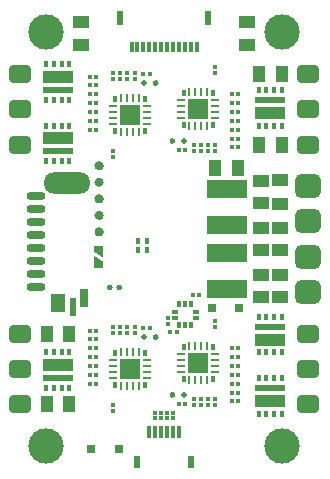
<source format=gbr>
G04*
G04 #@! TF.GenerationSoftware,Altium Limited,Altium Designer,24.1.2 (44)*
G04*
G04 Layer_Color=255*
%FSLAX25Y25*%
%MOIN*%
G70*
G04*
G04 #@! TF.SameCoordinates,8AA45DA3-EFE9-42F3-ADE2-6CCF78DF1A05*
G04*
G04*
G04 #@! TF.FilePolarity,Positive*
G04*
G01*
G75*
%ADD21R,0.01575X0.02362*%
%ADD22R,0.09843X0.01968*%
%ADD23R,0.09843X0.03937*%
%ADD30R,0.02362X0.04724*%
%ADD31R,0.01181X0.03543*%
%ADD32R,0.05315X0.03937*%
%ADD33R,0.01575X0.02126*%
%ADD35R,0.03937X0.05315*%
%ADD80R,0.01193X0.01276*%
%ADD81R,0.01276X0.01451*%
%ADD82R,0.01451X0.01276*%
%ADD83R,0.01276X0.01193*%
G04:AMPARAMS|DCode=86|XSize=86.61mil|YSize=78.74mil|CornerRadius=19.68mil|HoleSize=0mil|Usage=FLASHONLY|Rotation=0.000|XOffset=0mil|YOffset=0mil|HoleType=Round|Shape=RoundedRectangle|*
%AMROUNDEDRECTD86*
21,1,0.08661,0.03937,0,0,0.0*
21,1,0.04724,0.07874,0,0,0.0*
1,1,0.03937,0.02362,-0.01968*
1,1,0.03937,-0.02362,-0.01968*
1,1,0.03937,-0.02362,0.01968*
1,1,0.03937,0.02362,0.01968*
%
%ADD86ROUNDEDRECTD86*%
%ADD87C,0.11811*%
G04:AMPARAMS|DCode=88|XSize=74.8mil|YSize=59.06mil|CornerRadius=14.76mil|HoleSize=0mil|Usage=FLASHONLY|Rotation=0.000|XOffset=0mil|YOffset=0mil|HoleType=Round|Shape=RoundedRectangle|*
%AMROUNDEDRECTD88*
21,1,0.07480,0.02953,0,0,0.0*
21,1,0.04528,0.05906,0,0,0.0*
1,1,0.02953,0.02264,-0.01476*
1,1,0.02953,-0.02264,-0.01476*
1,1,0.02953,-0.02264,0.01476*
1,1,0.02953,0.02264,0.01476*
%
%ADD88ROUNDEDRECTD88*%
%ADD92R,0.01181X0.03937*%
%ADD93R,0.02362X0.03937*%
%ADD94O,0.15748X0.07087*%
%ADD95R,0.03150X0.05906*%
%ADD96R,0.01968X0.05906*%
%ADD97O,0.06299X0.02756*%
%ADD98R,0.05118X0.06496*%
%ADD99R,0.06693X0.06693*%
%ADD100R,0.02756X0.00984*%
%ADD101R,0.01339X0.01968*%
%ADD102R,0.00984X0.02756*%
%ADD103R,0.13780X0.06000*%
%ADD104R,0.01968X0.01181*%
%ADD105R,0.01181X0.01968*%
%AMCUSTOMSHAPE106*
4,1,4,0.01500,0.00000,-0.01500,0.02000,-0.01500,-0.02000,0.01500,-0.02000,0.01500,0.00000,0.0*%
%ADD106CUSTOMSHAPE106*%

%AMCUSTOMSHAPE107*
4,1,4,0.01500,0.02000,-0.01500,0.02000,-0.01500,0.00000,0.01500,-0.02000,0.01500,0.02000,0.0*%
%ADD107CUSTOMSHAPE107*%

%ADD108R,0.03150X0.02953*%
%ADD109R,0.05421X0.04459*%
G36*
G01X37205Y64567D02*
G02X36220Y63583I-984J0D01*
G02X35236Y64567I0J984D01*
G02X36220Y65551I984J0D01*
G02X37205Y64567I0J-984D01*
D02*
G37*
G36*
G01X34055D02*
G02X33071Y63583I-984J0D01*
G02X32087Y64567I0J984D01*
G02X33071Y65551I984J0D01*
G02X34055Y64567I0J-984D01*
D02*
G37*
G36*
G01X57874Y114370D02*
G02X58858Y113386I0J-984D01*
G02X57874Y112402I-984J0D01*
G02X56890Y113386I0J984D01*
G02X57874Y114370I984J0D01*
D02*
G37*
G36*
G01X53937D02*
G02X54921Y113386I0J-984D01*
G02X53937Y112402I-984J0D01*
G02X52953Y113386I0J984D01*
G02X53937Y114370I984J0D01*
D02*
G37*
G36*
G01X45472Y48031D02*
G02X44488Y47047I-984J0D01*
G02X43504Y48031I0J984D01*
G02X44488Y49016I984J0D01*
G02X45472Y48031I0J-984D01*
D02*
G37*
G36*
G01X49409D02*
G02X48425Y47047I-984J0D01*
G02X47441Y48031I0J984D01*
G02X48425Y49016I984J0D01*
G02X49409Y48031I0J-984D01*
D02*
G37*
G36*
G01X45472Y132677D02*
G02X44488Y131693I-984J0D01*
G02X43504Y132677I0J984D01*
G02X44488Y133661I984J0D01*
G02X45472Y132677I0J-984D01*
D02*
G37*
G36*
G01X49409D02*
G02X48425Y131693I-984J0D01*
G02X47441Y132677I0J984D01*
G02X48425Y133661I984J0D01*
G02X49409Y132677I0J-984D01*
D02*
G37*
G36*
G01X58858Y28740D02*
G02X57874Y27756I-984J0D01*
G02X56890Y28740I0J984D01*
G02X57874Y29724I984J0D01*
G02X58858Y28740I0J-984D01*
D02*
G37*
G36*
G01X54921D02*
G02X53937Y27756I-984J0D01*
G02X52953Y28740I0J984D01*
G02X53937Y29724I984J0D01*
G02X54921Y28740I0J-984D01*
D02*
G37*
G36*
G01X27953Y99606D02*
G03X29528Y98032I1575J0D01*
G03X31102Y99606I0J1575D01*
G03X29528Y101181I-1575J0D01*
G03X27953Y99606I0J-1575D01*
D02*
G37*
G36*
G01Y94095D02*
G03X29528Y92520I1575J0D01*
G03X31102Y94095I0J1575D01*
G03X29528Y95669I-1575J0D01*
G03X27953Y94095I0J-1575D01*
D02*
G37*
G36*
G01Y88583D02*
G03X29528Y87008I1575J0D01*
G03X31102Y88583I0J1575D01*
G03X29528Y90158I-1575J0D01*
G03X27953Y88583I0J-1575D01*
D02*
G37*
G36*
G01Y83071D02*
G03X29528Y81496I1575J0D01*
G03X31102Y83071I0J1575D01*
G03X29528Y84646I-1575J0D01*
G03X27953Y83071I0J-1575D01*
D02*
G37*
G36*
G01Y105118D02*
G03X29528Y103543I1575J0D01*
G03X31102Y105118I0J1575D01*
G03X29528Y106693I-1575J0D01*
G03X27953Y105118I0J-1575D01*
D02*
G37*
D21*
X19587Y31102D02*
D03*
X17028D02*
D03*
X14469D02*
D03*
X11909D02*
D03*
Y42913D02*
D03*
X14469D02*
D03*
X17028D02*
D03*
X19587D02*
D03*
Y118504D02*
D03*
X17028D02*
D03*
X14469D02*
D03*
X11909D02*
D03*
Y106693D02*
D03*
X14469D02*
D03*
X17028D02*
D03*
X19587D02*
D03*
Y127165D02*
D03*
X17028D02*
D03*
X14469D02*
D03*
X11909D02*
D03*
Y138976D02*
D03*
X14469D02*
D03*
X17028D02*
D03*
X19587D02*
D03*
X82776Y130315D02*
D03*
X85335D02*
D03*
X87894D02*
D03*
X90453D02*
D03*
Y118504D02*
D03*
X87894D02*
D03*
X85335D02*
D03*
X82776D02*
D03*
Y54724D02*
D03*
X85335D02*
D03*
X87894D02*
D03*
X90453D02*
D03*
Y42913D02*
D03*
X87894D02*
D03*
X85335D02*
D03*
X82776D02*
D03*
Y22441D02*
D03*
X85335D02*
D03*
X87894D02*
D03*
X90453D02*
D03*
Y34252D02*
D03*
X87894D02*
D03*
X85335D02*
D03*
X82776D02*
D03*
D22*
X15747Y34370D02*
D03*
Y109961D02*
D03*
Y130433D02*
D03*
X86615Y127047D02*
D03*
Y51456D02*
D03*
Y30984D02*
D03*
D23*
X15747Y38662D02*
D03*
Y114253D02*
D03*
Y134725D02*
D03*
X86615Y122755D02*
D03*
Y47164D02*
D03*
Y26692D02*
D03*
D30*
X36417Y154330D02*
D03*
X65945Y154331D02*
D03*
D31*
X62008Y144882D02*
D03*
X60039D02*
D03*
X58071D02*
D03*
X56102D02*
D03*
X54134D02*
D03*
X52165D02*
D03*
X50197D02*
D03*
X48228D02*
D03*
X46260D02*
D03*
X44291D02*
D03*
X42323D02*
D03*
X40354D02*
D03*
D32*
X23622Y152953D02*
D03*
Y145472D02*
D03*
X78740Y152953D02*
D03*
Y145472D02*
D03*
X83465Y61221D02*
D03*
Y68701D02*
D03*
X89764Y61221D02*
D03*
Y68701D02*
D03*
X83465Y92716D02*
D03*
Y100197D02*
D03*
Y84449D02*
D03*
Y76968D02*
D03*
X89764Y84449D02*
D03*
Y76968D02*
D03*
D33*
X45669D02*
D03*
X42520D02*
D03*
Y80118D02*
D03*
X45669D02*
D03*
D35*
X68307Y104331D02*
D03*
X75787D02*
D03*
X12008Y49213D02*
D03*
X19488D02*
D03*
Y25591D02*
D03*
X12008D02*
D03*
X90354Y112205D02*
D03*
X82874D02*
D03*
X90354Y135827D02*
D03*
X82874D02*
D03*
D80*
X26608Y131890D02*
D03*
X28510D02*
D03*
X26608Y125984D02*
D03*
X28510D02*
D03*
X26608Y117126D02*
D03*
X28510D02*
D03*
Y128937D02*
D03*
X26608D02*
D03*
Y123031D02*
D03*
X28510D02*
D03*
Y120079D02*
D03*
X26608D02*
D03*
X75754Y114173D02*
D03*
X73852D02*
D03*
Y117126D02*
D03*
X75754D02*
D03*
Y120079D02*
D03*
X73852D02*
D03*
X75754Y123031D02*
D03*
X73852D02*
D03*
Y125984D02*
D03*
X75754D02*
D03*
Y128937D02*
D03*
X73852D02*
D03*
Y29528D02*
D03*
X75754D02*
D03*
Y32480D02*
D03*
X73852D02*
D03*
Y35433D02*
D03*
X75754D02*
D03*
X73852Y38386D02*
D03*
X75754D02*
D03*
Y41339D02*
D03*
X73852D02*
D03*
Y44291D02*
D03*
X75754D02*
D03*
X26608D02*
D03*
X28510D02*
D03*
Y47244D02*
D03*
X26608D02*
D03*
X28510Y41339D02*
D03*
X26608D02*
D03*
X28510Y32480D02*
D03*
X26608D02*
D03*
Y35433D02*
D03*
X28510D02*
D03*
Y38386D02*
D03*
X26608D02*
D03*
D81*
X52362Y52267D02*
D03*
Y54426D02*
D03*
D82*
X62891Y62205D02*
D03*
X60731D02*
D03*
X53251Y49606D02*
D03*
X55411D02*
D03*
X28639Y134843D02*
D03*
X26479D02*
D03*
X44196Y135827D02*
D03*
X46356D02*
D03*
X58167Y110236D02*
D03*
X56007D02*
D03*
X73723Y111221D02*
D03*
X75883D02*
D03*
X26479Y50197D02*
D03*
X28639D02*
D03*
X75883Y26575D02*
D03*
X73723D02*
D03*
X56007Y25591D02*
D03*
X58167D02*
D03*
X46356Y51181D02*
D03*
X44196D02*
D03*
D83*
X52165Y20899D02*
D03*
Y22801D02*
D03*
X34252Y110006D02*
D03*
Y108104D02*
D03*
X41339Y134088D02*
D03*
Y135990D02*
D03*
X61024Y111975D02*
D03*
Y110073D02*
D03*
X63386D02*
D03*
Y111975D02*
D03*
X65748Y110073D02*
D03*
Y111975D02*
D03*
X68110Y136057D02*
D03*
Y137959D02*
D03*
X68110Y111975D02*
D03*
Y110073D02*
D03*
X50197Y22801D02*
D03*
Y20899D02*
D03*
X54134D02*
D03*
Y22801D02*
D03*
X48228D02*
D03*
Y20899D02*
D03*
X41339Y51345D02*
D03*
Y49443D02*
D03*
X61024Y25427D02*
D03*
Y27329D02*
D03*
X65748D02*
D03*
Y25427D02*
D03*
X63386Y27329D02*
D03*
Y25427D02*
D03*
X68110D02*
D03*
Y27329D02*
D03*
X38976Y134088D02*
D03*
Y135990D02*
D03*
X36614Y134088D02*
D03*
Y135990D02*
D03*
X34252D02*
D03*
Y134088D02*
D03*
X36614Y49443D02*
D03*
Y51345D02*
D03*
X38976Y49443D02*
D03*
Y51345D02*
D03*
X34252D02*
D03*
Y49443D02*
D03*
X68110Y53313D02*
D03*
Y51411D02*
D03*
X34252Y23458D02*
D03*
Y25361D02*
D03*
D86*
X99213Y98425D02*
D03*
Y86614D02*
D03*
Y74803D02*
D03*
Y62992D02*
D03*
D87*
X11811Y149606D02*
D03*
X90551D02*
D03*
X11811Y11811D02*
D03*
X90551D02*
D03*
D88*
X3150Y124016D02*
D03*
Y112205D02*
D03*
Y135827D02*
D03*
Y25591D02*
D03*
Y49213D02*
D03*
Y37402D02*
D03*
X99213Y124016D02*
D03*
Y135827D02*
D03*
Y112205D02*
D03*
Y49213D02*
D03*
Y25591D02*
D03*
Y37402D02*
D03*
D92*
X46260Y16339D02*
D03*
X48228D02*
D03*
X50197D02*
D03*
X52165D02*
D03*
X54134D02*
D03*
X56102D02*
D03*
D93*
X60039Y6496D02*
D03*
X42323D02*
D03*
D94*
X18700Y99488D02*
D03*
D95*
X24606Y61102D02*
D03*
D96*
X20708Y57992D02*
D03*
D97*
X8464Y64842D02*
D03*
Y69173D02*
D03*
Y73503D02*
D03*
Y77834D02*
D03*
Y82165D02*
D03*
Y86496D02*
D03*
Y90826D02*
D03*
Y95157D02*
D03*
D98*
X15787Y59409D02*
D03*
D99*
X62604Y124015D02*
D03*
X39758Y37402D02*
D03*
Y122048D02*
D03*
X62604Y39370D02*
D03*
D100*
X68313Y121062D02*
D03*
Y123031D02*
D03*
Y125000D02*
D03*
Y126968D02*
D03*
X56884D02*
D03*
Y125000D02*
D03*
Y123031D02*
D03*
Y121062D02*
D03*
X45478Y40355D02*
D03*
Y38386D02*
D03*
Y36417D02*
D03*
Y34449D02*
D03*
X34049D02*
D03*
Y36417D02*
D03*
Y38386D02*
D03*
Y40355D02*
D03*
Y125001D02*
D03*
Y123032D02*
D03*
Y121063D02*
D03*
Y119095D02*
D03*
X45478D02*
D03*
Y121063D02*
D03*
Y123032D02*
D03*
Y125001D02*
D03*
X56884Y36417D02*
D03*
Y38386D02*
D03*
Y40355D02*
D03*
Y42323D02*
D03*
X68313D02*
D03*
Y40355D02*
D03*
Y38386D02*
D03*
Y36417D02*
D03*
D101*
X67526Y129436D02*
D03*
X57683D02*
D03*
Y118595D02*
D03*
X67526D02*
D03*
X34836Y42822D02*
D03*
X44679D02*
D03*
Y31981D02*
D03*
X34836D02*
D03*
Y116627D02*
D03*
X44679D02*
D03*
Y127468D02*
D03*
X34836D02*
D03*
X67526Y33950D02*
D03*
X57683D02*
D03*
Y44791D02*
D03*
X67526D02*
D03*
D102*
X65557Y129724D02*
D03*
X63589D02*
D03*
X61620D02*
D03*
X59652D02*
D03*
Y118307D02*
D03*
X61620D02*
D03*
X63589D02*
D03*
X65557D02*
D03*
X36805Y43110D02*
D03*
X38773D02*
D03*
X40742D02*
D03*
X42710D02*
D03*
Y31693D02*
D03*
X40742D02*
D03*
X38773D02*
D03*
X36805D02*
D03*
Y116339D02*
D03*
X38773D02*
D03*
X40742D02*
D03*
X42710D02*
D03*
Y127756D02*
D03*
X40742D02*
D03*
X38773D02*
D03*
X36805D02*
D03*
X65557Y33662D02*
D03*
X63589D02*
D03*
X61620D02*
D03*
X59652D02*
D03*
Y45079D02*
D03*
X61620D02*
D03*
X63589D02*
D03*
X65557D02*
D03*
D103*
X72047Y64079D02*
D03*
Y76079D02*
D03*
Y85339D02*
D03*
Y97339D02*
D03*
D104*
X54838Y54528D02*
D03*
Y56496D02*
D03*
X61698D02*
D03*
Y54528D02*
D03*
D105*
X56300Y58934D02*
D03*
X58268D02*
D03*
X60237D02*
D03*
Y52090D02*
D03*
X58268D02*
D03*
X56300D02*
D03*
D106*
X29528Y73053D02*
D03*
D107*
X29528Y76553D02*
D03*
D108*
X67037Y57874D02*
D03*
X76270D02*
D03*
X26880Y10827D02*
D03*
X36113D02*
D03*
D109*
X89764Y100394D02*
D03*
Y92520D02*
D03*
M02*

</source>
